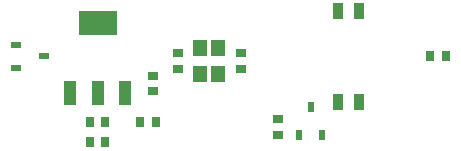
<source format=gbp>
%FSTAX23Y23*%
%MOIN*%
%SFA1B1*%

%IPPOS*%
%ADD16R,0.037400X0.027560*%
%ADD17R,0.027560X0.037400*%
%ADD49R,0.037400X0.055120*%
%ADD50R,0.023620X0.035430*%
%ADD51R,0.035430X0.023620*%
%ADD52R,0.047240X0.055120*%
%ADD53R,0.127950X0.084650*%
%ADD54R,0.039370X0.084650*%
%LNmidi_stick-1*%
%LPD*%
G54D16*
X03975Y02725D03*
Y02674D03*
X0356Y0287D03*
Y02819D03*
X03852Y02945D03*
Y02894D03*
X03642Y02945D03*
Y02894D03*
G54D17*
X03518Y02715D03*
X0357D03*
X04484Y02935D03*
X04535D03*
X03349Y02715D03*
X034D03*
X03349Y0265D03*
X034D03*
G54D49*
X04247Y03085D03*
X04175D03*
X04247Y02784D03*
X04175D03*
G54D50*
X04085Y02765D03*
X04047Y02674D03*
X04122D03*
G54D51*
X03195Y02935D03*
X03104Y02972D03*
Y02897D03*
G54D52*
X03778Y02876D03*
X03715D03*
X03778Y02963D03*
X03715D03*
G54D53*
X03375Y03045D03*
G54D54*
X03284Y02814D03*
X03375D03*
X03465D03*
M02*
</source>
